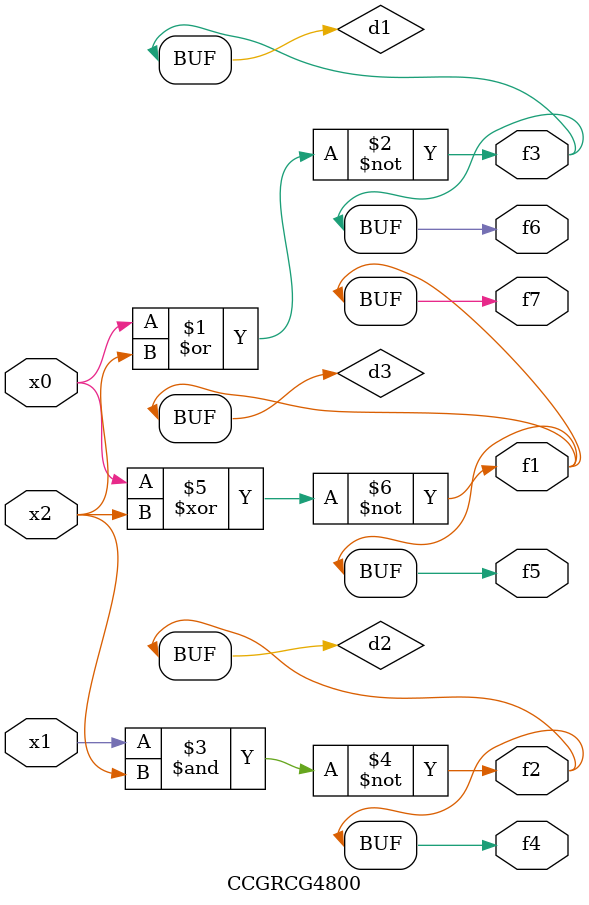
<source format=v>
module CCGRCG4800(
	input x0, x1, x2,
	output f1, f2, f3, f4, f5, f6, f7
);

	wire d1, d2, d3;

	nor (d1, x0, x2);
	nand (d2, x1, x2);
	xnor (d3, x0, x2);
	assign f1 = d3;
	assign f2 = d2;
	assign f3 = d1;
	assign f4 = d2;
	assign f5 = d3;
	assign f6 = d1;
	assign f7 = d3;
endmodule

</source>
